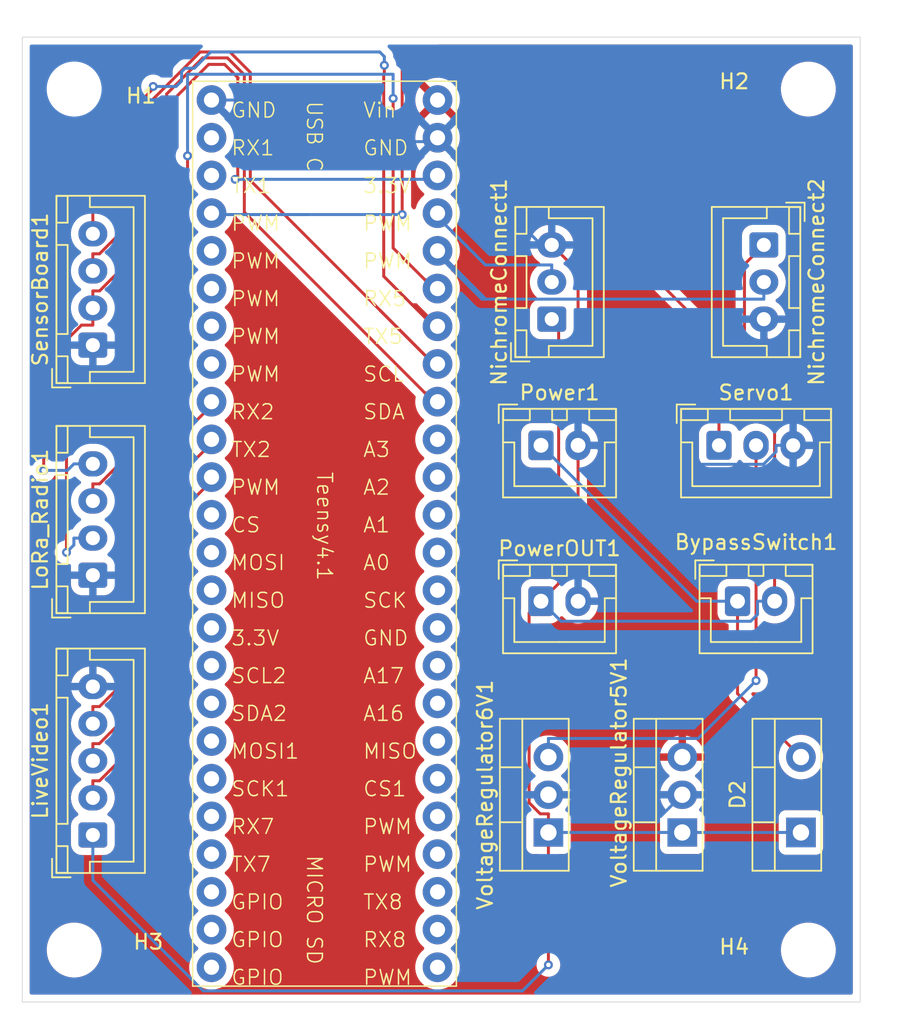
<source format=kicad_pcb>
(kicad_pcb (version 20241229) (generator "pcbnew") (generator_version "9.0")
  (layers (0 "F.Cu" signal) (2 "B.Cu" signal) (13 "F.Paste" user) (15 "B.Paste" user) (5 "F.SilkS" user "F.Silkscreen") (7 "B.SilkS" user "B.Silkscreen") (1 "F.Mask" user) (3 "B.Mask" user) (25 "Edge.Cuts" user))
  (net 0 "")
  (net 1 "VIN")
  (net 2 "Net-(BypassSwitch1-Pin_1)")
  (net 3 "TX_VIDEO")
  (net 4 "GND")
  (net 5 "PWM_VIDEO")
  (net 6 "RX_VIDEO")
  (net 7 "RX_LORA")
  (net 8 "TX_LORA")
  (net 9 "+3.3V")
  (net 10 "PWM_NICHROME1")
  (net 11 "PWM_NICHROME2")
  (net 12 "SDA")
  (net 13 "SCL")
  (net 14 "+6V")
  (net 15 "PWM_SERVO1")
  (net 19 "TX_SERIAL_COMM")
  (net 21 "RX_SERIAL_COMM")
  (net 46 "+5V")
  (footprint "Connector_JST:JST_XH_B2B-XH-A_1x02_P2.50mm_Vertical" (layer "F.Cu") (at 169.225 116.5)
    (property "Reference" "BypassSwitch1" (at 1.25 -3.975 0) (layer "F.SilkS"))
    (property "Value" "Conn_01x02_Socket")
    (pad "1" thru_hole roundrect (at 0 0) (size 1.7 2) (drill 1) (layers "*.Cu" "*.Mask") (roundrect_rratio 0.147059) (net 2 "Net-(BypassSwitch1-Pin_1)"))
    (pad "2" thru_hole oval (at 2.5 0) (size 1.7 2) (drill 1) (layers "*.Cu" "*.Mask") (net 1 "VIN"))
  )
  (footprint "Package_TO_SOT_THT:TO-220-2_Vertical" (layer "F.Cu") (at 173.5 132.08 90)
    (property "Reference" "D2" (at 2.54 -4.27 90) (layer "F.SilkS"))
    (property "Value" "D")
    (pad "1" thru_hole rect (at 0 0 90) (size 2 2) (drill 1.1) (layers "*.Cu" "*.Mask") (net 1 "VIN"))
    (pad "2" thru_hole circle (at 5.08 0 90) (size 2 2) (drill 1.1) (layers "*.Cu" "*.Mask") (net 2 "Net-(BypassSwitch1-Pin_1)"))
  )
  (footprint "Connector_JST:JST_XH_B3B-XH-A_1x03_P2.50mm_Vertical" (layer "F.Cu") (at 171 92.5 -90)
    (property "Reference" "NichromeConnect2" (at 2.5 -3.55 90) (layer "F.SilkS"))
    (property "Value" "Conn_01x03_Socket")
    (pad "1" thru_hole roundrect (at 0 0 270) (size 1.7 1.95) (drill 0.95) (layers "*.Cu" "*.Mask") (roundrect_rratio 0.147059) (net 1 "VIN"))
    (pad "2" thru_hole oval (at 2.5 0 270) (size 1.7 1.95) (drill 0.95) (layers "*.Cu" "*.Mask") (net 11 "PWM_NICHROME2"))
    (pad "3" thru_hole oval (at 5 0 270) (size 1.7 1.95) (drill 0.95) (layers "*.Cu" "*.Mask") (net 4 "GND"))
  )
  (footprint "MountingHole:MountingHole_3.2mm_M3" (layer "F.Cu") (at 174 140)
    (property "Reference" "H4" (at -5 -0.211848 0) (layer "F.SilkS"))
    (property "Value" "MountingHole")
    (pad "" np_thru_hole circle (at 0 0) (size 3.2 3.2) (drill 3.2) (layers "*.Cu" "*.Mask"))
  )
  (footprint "MountingHole:MountingHole_3.2mm_M3" (layer "F.Cu") (at 174 82)
    (property "Reference" "H2" (at -5 -0.513475 0) (layer "F.SilkS"))
    (property "Value" "MountingHole")
    (pad "" np_thru_hole circle (at 0 0) (size 3.2 3.2) (drill 3.2) (layers "*.Cu" "*.Mask"))
  )
  (footprint "Connector_JST:JST_XH_B4B-XH-A_1x04_P2.50mm_Vertical" (layer "F.Cu") (at 125.76 99.25 90)
    (property "Reference" "SensorBoard1" (at 3.75 -3.55 90) (layer "F.SilkS"))
    (property "Value" "Conn_01x04_Socket")
    (pad "1" thru_hole roundrect (at 0 0 90) (size 1.7 1.95) (drill 0.95) (layers "*.Cu" "*.Mask") (roundrect_rratio 0.147059) (net 4 "GND"))
    (pad "2" thru_hole oval (at 2.5 0 90) (size 1.7 1.95) (drill 0.95) (layers "*.Cu" "*.Mask") (net 9 "+3.3V"))
    (pad "3" thru_hole oval (at 5 0 90) (size 1.7 1.95) (drill 0.95) (layers "*.Cu" "*.Mask") (net 12 "SDA"))
    (pad "4" thru_hole oval (at 7.5 0 90) (size 1.7 1.95) (drill 0.95) (layers "*.Cu" "*.Mask") (net 13 "SCL"))
  )
  (footprint "Connector_JST:JST_XH_B3B-XH-A_1x03_P2.50mm_Vertical" (layer "F.Cu") (at 167.975 106)
    (property "Reference" "Servo1" (at 2.5 -3.55 0) (layer "F.SilkS"))
    (property "Value" "Conn_01x03_Socket")
    (pad "1" thru_hole roundrect (at 0 0) (size 1.7 1.95) (drill 0.95) (layers "*.Cu" "*.Mask") (roundrect_rratio 0.147059) (net 15 "PWM_SERVO1"))
    (pad "2" thru_hole oval (at 2.5 0) (size 1.7 1.95) (drill 0.95) (layers "*.Cu" "*.Mask") (net 14 "+6V"))
    (pad "3" thru_hole oval (at 5 0) (size 1.7 1.95) (drill 0.95) (layers "*.Cu" "*.Mask") (net 4 "GND"))
  )
  (footprint "Connector_JST:JST_XH_B5B-XH-A_1x05_P2.50mm_Vertical" (layer "F.Cu") (at 125.76 132.25 90)
    (property "Reference" "LiveVideo1" (at 5 -3.55 90) (layer "F.SilkS"))
    (property "Value" "Conn_01x05_Socket")
    (pad "1" thru_hole roundrect (at 0 0 90) (size 1.7 1.95) (drill 0.95) (layers "*.Cu" "*.Mask") (roundrect_rratio 0.147059) (net 1 "VIN"))
    (pad "2" thru_hole oval (at 2.5 0 90) (size 1.7 1.95) (drill 0.95) (layers "*.Cu" "*.Mask") (net 5 "PWM_VIDEO"))
    (pad "3" thru_hole oval (at 5 0 90) (size 1.7 1.95) (drill 0.95) (layers "*.Cu" "*.Mask") (net 3 "TX_VIDEO"))
    (pad "4" thru_hole oval (at 7.5 0 90) (size 1.7 1.95) (drill 0.95) (layers "*.Cu" "*.Mask") (net 6 "RX_VIDEO"))
    (pad "5" thru_hole oval (at 10 0 90) (size 1.7 1.95) (drill 0.95) (layers "*.Cu" "*.Mask") (net 4 "GND"))
  )
  (footprint "Breakout Boards:Teensy_4.1" (layer "F.Cu") (at 141.38 111.95)
    (property "Reference" "Teensy4.1" (at 0 -0.5 270) (layer "F.SilkS") (effects (font (thickness 0.1))))
    (property "Value" "~")
    (fp_text user "CS" (at -6.35 0 0) (layer "F.SilkS") (effects (font (thickness 0.1)) (justify left bottom)))
    (fp_text user "CS1" (at 2.54 17.78 0) (layer "F.SilkS") (effects (font (thickness 0.1)) (justify left bottom)))
    (fp_text user "SCK" (at 2.54 5.08 0) (layer "F.SilkS") (effects (font (thickness 0.1)) (justify left bottom)))
    (fp_text user "TX5" (at 2.54 -12.7 0) (layer "F.SilkS") (effects (font (thickness 0.1)) (justify left bottom)))
    (fp_text user "RX8" (at 2.54 27.94 0) (layer "F.SilkS") (effects (font (thickness 0.1)) (justify left bottom)))
    (fp_text user "GND" (at -6.35 -27.94 0) (layer "F.SilkS") (effects (font (thickness 0.1)) (justify left bottom)))
    (fp_text user "PWM" (at -6.35 -12.7 0) (layer "F.SilkS") (effects (font (thickness 0.1)) (justify left bottom)))
    (fp_text user "SDA2" (at -6.35 12.7 0) (layer "F.SilkS") (effects (font (thickness 0.1)) (justify left bottom)))
    (fp_text user "PWM" (at -6.35 -20.32 0) (layer "F.SilkS") (effects (font (thickness 0.1)) (justify left bottom)))
    (fp_text user "PWM" (at -6.35 -2.54 0) (layer "F.SilkS") (effects (font (thickness 0.1)) (justify left bottom)))
    (fp_text user "GND" (at 2.54 -25.4 0) (layer "F.SilkS") (effects (font (thickness 0.1)) (justify left bottom)))
    (fp_text user "MOSI1" (at -6.35 15.24 0) (layer "F.SilkS") (effects (font (thickness 0.1)) (justify left bottom)))
    (fp_text user "RX7" (at -6.35 20.32 0) (layer "F.SilkS") (effects (font (thickness 0.1)) (justify left bottom)))
    (fp_text user "PWM" (at -6.35 -10.16 0) (layer "F.SilkS") (effects (font (thickness 0.1)) (justify left bottom)))
    (fp_text user "A0" (at 2.54 2.54 0) (layer "F.SilkS") (effects (font (thickness 0.1)) (justify left bottom)))
    (fp_text user "GND" (at 2.54 7.62 0) (layer "F.SilkS") (effects (font (thickness 0.1)) (justify left bottom)))
    (fp_text user "PWM" (at -6.35 -15.24 0) (layer "F.SilkS") (effects (font (thickness 0.1)) (justify left bottom)))
    (fp_text user "RX1" (at -6.35 -25.4 0) (layer "F.SilkS") (effects (font (thickness 0.1)) (justify left bottom)))
    (fp_text user "TX7" (at -6.35 22.86 0) (layer "F.SilkS") (effects (font (thickness 0.1)) (justify left bottom)))
    (fp_text user "A16" (at 2.54 12.7 0) (layer "F.SilkS") (effects (font (thickness 0.1)) (justify left bottom)))
    (fp_text user "PWM" (at -6.35 -17.78 0) (layer "F.SilkS") (effects (font (thickness 0.1)) (justify left bottom)))
    (fp_text user "GPIO" (at -6.35 25.4 0) (layer "F.SilkS") (effects (font (thickness 0.1)) (justify left bottom)))
    (fp_text user "MICRO SD" (at -1.27 21.59 270) (layer "F.SilkS") (effects (font (thickness 0.1)) (justify left bottom)))
    (fp_text user "PWM" (at 2.54 -17.78 0) (layer "F.SilkS") (effects (font (thickness 0.1)) (justify left bottom)))
    (fp_text user "RX5" (at 2.54 -15.24 0) (layer "F.SilkS") (effects (font (thickness 0.1)) (justify left bottom)))
    (fp_text user "Vin" (at 2.54 -27.94 0) (layer "F.SilkS") (effects (font (thickness 0.1)) (justify left bottom)))
    (fp_text user "SDA" (at 2.54 -7.62 0) (layer "F.SilkS") (effects (font (thickness 0.1)) (justify left bottom)))
    (fp_text user "MISO" (at -6.35 5.08 0) (layer "F.SilkS") (effects (font (thickness 0.1)) (justify left bottom)))
    (fp_text user "A1" (at 2.54 0 0) (layer "F.SilkS") (effects (font (thickness 0.1)) (justify left bottom)))
    (fp_text user "PWM" (at 2.54 30.48 0) (layer "F.SilkS") (effects (font (thickness 0.1)) (justify left bottom)))
    (fp_text user "SCK1" (at -6.35 17.78 0) (layer "F.SilkS") (effects (font (thickness 0.1)) (justify left bottom)))
    (fp_text user "A2" (at 2.54 -2.54 0) (layer "F.SilkS") (effects (font (thickness 0.1)) (justify left bottom)))
    (fp_text user "MISO" (at 2.54 15.24 0) (layer "F.SilkS") (effects (font (thickness 0.1)) (justify left bottom)))
    (fp_text user "3.3V" (at -6.35 7.62 0) (layer "F.SilkS") (effects (font (thickness 0.1)) (justify left bottom)))
    (fp_text user "SCL" (at 2.54 -10.16 0) (layer "F.SilkS") (effects (font (thickness 0.1)) (justify left bottom)))
    (fp_text user "A3" (at 2.54 -5.08 0) (layer "F.SilkS") (effects (font (thickness 0.1)) (justify left bottom)))
    (fp_text user "PWM" (at 2.54 20.32 0) (layer "F.SilkS") (effects (font (thickness 0.1)) (justify left bottom)))
    (fp_text user "TX8" (at 2.54 25.4 0) (layer "F.SilkS") (effects (font (thickness 0.1)) (justify left bottom)))
    (fp_text user "TX1" (at -6.35 -22.86 0) (layer "F.SilkS") (effects (font (thickness 0.1)) (justify left bottom)))
    (fp_text user "SCL2" (at -6.35 10.16 0) (layer "F.SilkS") (effects (font (thickness 0.1)) (justify left bottom)))
    (fp_text user "RX2" (at -6.35 -7.62 0) (layer "F.SilkS") (effects (font (thickness 0.1)) (justify left bottom)))
    (fp_text user "A17" (at 2.54 10.16 0) (layer "F.SilkS") (effects (font (thickness 0.1)) (justify left bottom)))
    (fp_text user "PWM" (at 2.54 22.86 0) (layer "F.SilkS") (effects (font (thickness 0.1)) (justify left bottom)))
    (fp_text user "MOSI" (at -6.35 2.54 0) (layer "F.SilkS") (effects (font (thickness 0.1)) (justify left bottom)))
    (fp_text user "GPIO" (at -6.35 27.94 0) (layer "F.SilkS") (effects (font (thickness 0.1)) (justify left bottom)))
    (fp_text user "3.3V" (at 2.54 -22.86 0) (layer "F.SilkS") (effects (font (thickness 0.1)) (justify left bottom)))
    (fp_text user "PWM" (at 2.54 -20.32 0) (layer "F.SilkS") (effects (font (thickness 0.1)) (justify left bottom)))
    (fp_text user "TX2" (at -6.35 -5.08 0) (layer "F.SilkS") (effects (font (thickness 0.1)) (justify left bottom)))
    (fp_text user "GPIO" (at -6.35 30.48 0) (layer "F.SilkS") (effects (font (thickness 0.1)) (justify left bottom)))
    (fp_text user "USB C" (at -1.27 -29.21 270) (layer "F.SilkS") (effects (font (thickness 0.1)) (justify left bottom)))
    (pad "0" thru_hole circle (at -7.62 -29.21) (size 2 2) (drill 1.02) (layers "*.Cu" "*.Mask") (net 4 "GND"))
    (pad "1" thru_hole circle (at -7.62 -26.67) (size 2 2) (drill 1.02) (layers "*.Cu" "*.Mask"))
    (pad "2" thru_hole circle (at -7.62 -24.13) (size 2 2) (drill 1.02) (layers "*.Cu" "*.Mask"))
    (pad "3" thru_hole circle (at -7.62 -21.59) (size 2 2) (drill 1.02) (layers "*.Cu" "*.Mask") (net 15 "PWM_SERVO1"))
    (pad "4" thru_hole circle (at -7.62 -19.05) (size 2 2) (drill 1.02) (layers "*.Cu" "*.Mask"))
    (pad "5" thru_hole circle (at -7.62 -16.51) (size 2 2) (drill 1.02) (layers "*.Cu" "*.Mask"))
    (pad "6" thru_hole circle (at -7.62 -13.97) (size 2 2) (drill 1.02) (layers "*.Cu" "*.Mask"))
    (pad "7" thru_hole circle (at -7.62 -11.43) (size 2 2) (drill 1.02) (layers "*.Cu" "*.Mask"))
    (pad "8" thru_hole circle (at -7.62 -8.89) (size 2 2) (drill 1.02) (layers "*.Cu" "*.Mask") (net 6 "RX_VIDEO"))
    (pad "9" thru_hole circle (at -7.62 -6.35) (size 2 2) (drill 1.02) (layers "*.Cu" "*.Mask") (net 3 "TX_VIDEO"))
    (pad "10" thru_hole circle (at -7.62 -3.81) (size 2 2) (drill 1.02) (layers "*.Cu" "*.Mask") (net 5 "PWM_VIDEO"))
    (pad "11" thru_hole circle (at -7.62 -1.27) (size 2 2) (drill 1.02) (layers "*.Cu" "*.Mask"))
    (pad "12" thru_hole circle (at -7.62 1.27) (size 2 2) (drill 1.02) (layers "*.Cu" "*.Mask"))
    (pad "13" thru_hole circle (at -7.62 3.81) (size 2 2) (drill 1.02) (layers "*.Cu" "*.Mask"))
    (pad "14" thru_hole circle (at -7.62 6.35) (size 2 2) (drill 1.02) (layers "*.Cu" "*.Mask"))
    (pad "15" thru_hole circle (at -7.62 8.89) (size 2 2) (drill 1.02) (layers "*.Cu" "*.Mask"))
    (pad "16" thru_hole circle (at -7.62 11.43) (size 2 2) (drill 1.02) (layers "*.Cu" "*.Mask"))
    (pad "17" thru_hole circle (at -7.62 13.97) (size 2 2) (drill 1.02) (layers "*.Cu" "*.Mask"))
    (pad "18" thru_hole circle (at -7.62 16.51) (size 2 2) (drill 1.02) (layers "*.Cu" "*.Mask"))
    (pad "19" thru_hole circle (at -7.62 19.05) (size 2 2) (drill 1.02) (layers "*.Cu" "*.Mask") (net 21 "RX_SERIAL_COMM"))
    (pad "20" thru_hole circle (at -7.62 21.59) (size 2 2) (drill 1.02) (layers "*.Cu" "*.Mask") (net 19 "TX_SERIAL_COMM"))
    (pad "21" thru_hole circle (at -7.62 24.13) (size 2 2) (drill 1.02) (layers "*.Cu" "*.Mask"))
    (pad "22" thru_hole circle (at -7.62 26.67) (size 2 2) (drill 1.02) (layers "*.Cu" "*.Mask"))
    (pad "23" thru_hole circle (at -7.62 29.21) (size 2 2) (drill 1.02) (layers "*.Cu" "*.Mask"))
    (pad "24" thru_hole circle (at 7.62 29.21) (size 2 2) (drill 1.02) (layers "*.Cu" "*.Mask"))
    (pad "25" thru_hole circle (at 7.62 26.67) (size 2 2) (drill 1.02) (layers "*.Cu" "*.Mask"))
    (pad "26" thru_hole circle (at 7.62 24.13) (size 2 2) (drill 1.02) (layers "*.Cu" "*.Mask"))
    (pad "27" thru_hole circle (at 7.62 21.59) (size 2 2) (drill 1.02) (layers "*.Cu" "*.Mask"))
    (pad "28" thru_hole circle (at 7.62 19.05) (size 2 2) (drill 1.02) (layers "*.Cu" "*.Mask"))
    (pad "29" thru_hole circle (at 7.62 16.51) (size 2 2) (drill 1.02) (layers "*.Cu" "*.Mask"))
    (pad "30" thru_hole circle (at 7.62 13.97) (size 2 2) (drill 1.02) (layers "*.Cu" "*.Mask"))
    (pad "31" thru_hole circle (at 7.62 11.43) (size 2 2) (drill 1.02) (layers "*.Cu" "*.Mask"))
    (pad "32" thru_hole circle (at 7.62 8.89) (size 2 2) (drill 1.02) (layers "*.Cu" "*.Mask"))
    (pad "33" thru_hole circle (at 7.62 6.35) (size 2 2) (drill 1.02) (layers "*.Cu" "*.Mask"))
    (pad "34" thru_hole circle (at 7.62 3.81) (size 2 2) (drill 1.02) (layers "*.Cu" "*.Mask"))
    (pad "35" thru_hole circle (at 7.62 1.27) (size 2 2) (drill 1.02) (layers "*.Cu" "*.Mask"))
    (pad "36" thru_hole circle (at 7.62 -1.27) (size 2 2) (drill 1.02) (layers "*.Cu" "*.Mask"))
    (pad "37" thru_hole circle (at 7.62 -3.81) (size 2 2) (drill 1.02) (layers "*.Cu" "*.Mask"))
    (pad "38" thru_hole circle (at 7.62 -6.35) (size 2 2) (drill 1.02) (layers "*.Cu" "*.Mask"))
    (pad "39" thru_hole circle (at 7.62 -8.89) (size 2 2) (drill 1.02) (layers "*.Cu" "*.Mask") (net 12 "SDA"))
    (pad "40" thru_hole circle (at 7.62 -11.43) (size 2 2) (drill 1.02) (layers "*.Cu" "*.Mask") (net 13 "SCL"))
    (pad "41" thru_hole circle (at 7.62 -13.97) (size 2 2) (drill 1.02) (layers "*.Cu" "*.Mask") (net 8 "TX_LORA"))
    (pad "42" thru_hole circle (at 7.62 -16.51) (size 2 2) (drill 1.02) (layers "*.Cu" "*.Mask") (net 7 "RX_LORA"))
    (pad "43" thru_hole circle (at 7.62 -19.05) (size 2 2) (drill 1.02) (layers "*.Cu" "*.Mask") (net 11 "PWM_NICHROME2"))
    (pad "44" thru_hole circle (at 7.62 -21.59) (size 2 2) (drill 1.02) (layers "*.Cu" "*.Mask") (net 10 "PWM_NICHROME1"))
    (pad "45" thru_hole circle (at 7.62 -24.13) (size 2 2) (drill 1.02) (layers "*.Cu" "*.Mask") (net 9 "+3.3V"))
    (pad "46" thru_hole circle (at 7.62 -26.67) (size 2 2) (drill 1.02) (layers "*.Cu" "*.Mask") (net 4 "GND"))
    (pad "47" thru_hole circle (at 7.62 -29.21) (size 2 2) (drill 1.02) (layers "*.Cu" "*.Mask") (net 46 "+5V"))
  )
  (footprint "Connector_JST:JST_XH_B2B-XH-A_1x02_P2.50mm_Vertical" (layer "F.Cu") (at 155.975 106)
    (property "Reference" "Power1" (at 1.25 -3.55 0) (layer "F.SilkS"))
    (property "Value" "Conn_01x02_Socket")
    (pad "1" thru_hole roundrect (at 0 0) (size 1.7 2) (drill 1) (layers "*.Cu" "*.Mask") (roundrect_rratio 0.147059) (net 2 "Net-(BypassSwitch1-Pin_1)"))
    (pad "2" thru_hole oval (at 2.5 0) (size 1.7 2) (drill 1) (layers "*.Cu" "*.Mask") (net 4 "GND"))
  )
  (footprint "Package_TO_SOT_THT:TO-220-3_Vertical" (layer "F.Cu") (at 156.475 132.08 90)
    (property "Reference" "VoltageRegulator6V1" (at 2.54 -4.27 90) (layer "F.SilkS"))
    (property "Value" "L7806")
    (pad "1" thru_hole rect (at 0 0 90) (size 1.905 2) (drill 1.1) (layers "*.Cu" "*.Mask") (net 1 "VIN"))
    (pad "2" thru_hole oval (at 2.54 0 90) (size 1.905 2) (drill 1.1) (layers "*.Cu" "*.Mask") (net 4 "GND"))
    (pad "3" thru_hole oval (at 5.08 0 90) (size 1.905 2) (drill 1.1) (layers "*.Cu" "*.Mask") (net 14 "+6V"))
  )
  (footprint "MountingHole:MountingHole_3.2mm_M3" (layer "F.Cu") (at 124.5 140)
    (property "Reference" "H3" (at 5 -0.545181 0) (layer "F.SilkS"))
    (property "Value" "MountingHole")
    (pad "" np_thru_hole circle (at 0 0) (size 3.2 3.2) (drill 3.2) (layers "*.Cu" "*.Mask"))
  )
  (footprint "Connector_JST:JST_XH_B3B-XH-A_1x03_P2.50mm_Vertical" (layer "F.Cu") (at 156.7 97.5 90)
    (property "Reference" "NichromeConnect1" (at 2.5 -3.55 90) (layer "F.SilkS"))
    (property "Value" "Conn_01x03_Socket")
    (pad "1" thru_hole roundrect (at 0 0 90) (size 1.7 1.95) (drill 0.95) (layers "*.Cu" "*.Mask") (roundrect_rratio 0.147059) (net 1 "VIN"))
    (pad "2" thru_hole oval (at 2.5 0 90) (size 1.7 1.95) (drill 0.95) (layers "*.Cu" "*.Mask") (net 10 "PWM_NICHROME1"))
    (pad "3" thru_hole oval (at 5 0 90) (size 1.7 1.95) (drill 0.95) (layers "*.Cu" "*.Mask") (net 4 "GND"))
  )
  (footprint "Package_TO_SOT_THT:TO-220-3_Vertical" (layer "F.Cu") (at 165.5 132.08 90)
    (property "Reference" "VoltageRegulator5V1" (at 4.04 -4.27 90) (layer "F.SilkS"))
    (property "Value" "L7805")
    (pad "1" thru_hole rect (at 0 0 90) (size 1.905 2) (drill 1.1) (layers "*.Cu" "*.Mask") (net 1 "VIN"))
    (pad "2" thru_hole oval (at 2.54 0 90) (size 1.905 2) (drill 1.1) (layers "*.Cu" "*.Mask") (net 4 "GND"))
    (pad "3" thru_hole oval (at 5.08 0 90) (size 1.905 2) (drill 1.1) (layers "*.Cu" "*.Mask") (net 46 "+5V"))
  )
  (footprint "Connector_JST:JST_XH_B2B-XH-A_1x02_P2.50mm_Vertical" (layer "F.Cu") (at 155.975 116.5)
    (property "Reference" "PowerOUT1" (at 1.25 -3.55 0) (layer "F.SilkS"))
    (property "Value" "Conn_01x02_Socket")
    (pad "1" thru_hole roundrect (at 0 0) (size 1.7 2) (drill 1) (layers "*.Cu" "*.Mask") (roundrect_rratio 0.147059) (net 1 "VIN"))
    (pad "2" thru_hole oval (at 2.5 0) (size 1.7 2) (drill 1) (layers "*.Cu" "*.Mask") (net 4 "GND"))
  )
  (footprint "MountingHole:MountingHole_3.2mm_M3" (layer "F.Cu") (at 124.5 82)
    (property "Reference" "H1" (at 4.5 0.454819 0) (layer "F.SilkS"))
    (property "Value" "MountingHole")
    (pad "" np_thru_hole circle (at 0 0) (size 3.2 3.2) (drill 3.2) (layers "*.Cu" "*.Mask"))
  )
  (footprint "Connector_JST:JST_XH_B4B-XH-A_1x04_P2.50mm_Vertical" (layer "F.Cu") (at 125.76 114.75 90)
    (property "Reference" "LoRa_Radio1" (at 3.75 -3.55 90) (layer "F.SilkS"))
    (property "Value" "Conn_01x04_Socket")
    (pad "1" thru_hole roundrect (at 0 0 90) (size 1.7 1.95) (drill 0.95) (layers "*.Cu" "*.Mask") (roundrect_rratio 0.147059) (net 4 "GND"))
    (pad "2" thru_hole oval (at 2.5 0 90) (size 1.7 1.95) (drill 0.95) (layers "*.Cu" "*.Mask") (net 9 "+3.3V"))
    (pad "3" thru_hole oval (at 5 0 90) (size 1.7 1.95) (drill 0.95) (layers "*.Cu" "*.Mask") (net 7 "RX_LORA"))
    (pad "4" thru_hole oval (at 7.5 0 90) (size 1.7 1.95) (drill 0.95) (layers "*.Cu" "*.Mask") (net 8 "TX_LORA"))
  )
  (gr_rect (start 121 78.5) (end 177.5 143.5) (stroke (width 0.05)) (fill no) (layer "Edge.Cuts"))
  (segment (start 157.166 97.9655) (end 157.166 115.31) (width 0.2) (layer "F.Cu") (net 1))
  (segment (start 155.173 117.302) (end 155.975 116.5) (width 0.2) (layer "F.Cu") (net 1))
  (segment (start 156.7 97.5) (end 157.166 97.9655) (width 0.2) (layer "F.Cu") (net 1))
  (segment (start 171.725 103.951) (end 171.725 116.5) (width 0.2) (layer "F.Cu") (net 1))
  (segment (start 171 92.5) (end 169.694 93.806) (width 0.2) (layer "F.Cu") (net 1))
  (segment (start 169.694 101.92) (end 171.725 103.951) (width 0.2) (layer "F.Cu") (net 1))
  (segment (start 169.694 93.806) (end 169.694 101.92) (width 0.2) (layer "F.Cu") (net 1))
  (segment (start 157.166 115.31) (end 155.975 116.5) (width 0.2) (layer "F.Cu") (net 1))
  (segment (start 155.173 130.073) (end 155.173 117.302) (width 0.2) (layer "F.Cu") (net 1))
  (segment (start 156.475 132.08) (end 156.475 130.826) (width 0.2) (layer "F.Cu") (net 1))
  (segment (start 156.475 132.08) (end 156.475 141) (width 0.2) (layer "F.Cu") (net 1))
  (segment (start 155.926 130.826) (end 155.173 130.073) (width 0.2) (layer "F.Cu") (net 1))
  (segment (start 156.475 130.826) (end 155.926 130.826) (width 0.2) (layer "F.Cu") (net 1))
  (via (at 156.475 141) (size 0.6) (drill 0.3) (layers "F.Cu" "B.Cu") (net 1))
  (segment (start 170.573 116.5) (end 170.573 117.39) (width 0.2) (layer "B.Cu") (net 1))
  (segment (start 156.475 132.08) (end 165.5 132.08) (width 0.2) (layer "B.Cu") (net 1))
  (segment (start 165.5 132.08) (end 173.5 132.08) (width 0.2) (layer "B.Cu") (net 1))
  (segment (start 125.76 135.304) (end 125.76 132.25) (width 0.2) (layer "B.Cu") (net 1))
  (segment (start 133.208 142.753) (end 125.76 135.304) (width 0.2) (layer "B.Cu") (net 1))
  (segment (start 154.722 142.753) (end 133.208 142.753) (width 0.2) (layer "B.Cu") (net 1))
  (segment (start 170.11 117.852) (end 157.327 117.852) (width 0.2) (layer "B.Cu") (net 1))
  (segment (start 171.725 116.5) (end 170.573 116.5) (width 0.2) (layer "B.Cu") (net 1))
  (segment (start 157.327 117.852) (end 155.975 116.5) (width 0.2) (layer "B.Cu") (net 1))
  (segment (start 170.573 117.39) (end 170.11 117.852) (width 0.2) (layer "B.Cu") (net 1))
  (segment (start 156.475 141) (end 154.722 142.753) (width 0.2) (layer "B.Cu") (net 1))
  (segment (start 169.225 122.725) (end 173.5 127) (width 0.2) (layer "F.Cu") (net 2))
  (segment (start 169.225 116.5) (end 169.225 122.725) (width 0.2) (layer "F.Cu") (net 2))
  (segment (start 155.975 106) (end 166.475 116.5) (width 0.2) (layer "B.Cu") (net 2))
  (segment (start 166.475 116.5) (end 169.225 116.5) (width 0.2) (layer "B.Cu") (net 2))
  (segment (start 128.683 110.937) (end 133.76 105.86) (width 0.2) (layer "F.Cu") (net 3))
  (segment (start 126.196 126.098) (end 128.683 123.611) (width 0.2) (layer "F.Cu") (net 3))
  (segment (start 125.76 126.098) (end 126.196 126.098) (width 0.2) (layer "F.Cu") (net 3))
  (segment (start 125.76 127.25) (end 125.76 126.098) (width 0.2) (layer "F.Cu") (net 3))
  (segment (start 133.76 105.86) (end 133.76 105.6) (width 0.2) (layer "F.Cu") (net 3))
  (segment (start 128.683 123.611) (end 128.683 110.937) (width 0.2) (layer "F.Cu") (net 3))
  (segment (start 133.76 83) (end 133.6 83) (width 0.2) (layer "F.Cu") (net 4))
  (segment (start 133.76 82.8395) (end 133.76 82.74) (width 0.2) (layer "F.Cu") (net 4))
  (segment (start 158.5 94.9698) (end 158.475 94.9948) (width 0.2) (layer "F.Cu") (net 4))
  (segment (start 172.975 100.627) (end 172.975 106) (width 0.2) (layer "F.Cu") (net 4))
  (segment (start 158.5 94.3) (end 158.5 94.9698) (width 0.2) (layer "F.Cu") (net 4))
  (segment (start 158.475 94.9948) (end 158.475 106) (width 0.2) (layer "F.Cu") (net 4))
  (segment (start 171 98.6517) (end 172.975 100.627) (width 0.2) (layer "F.Cu") (net 4))
  (segment (start 171 97.5) (end 171 98.6517) (width 0.2) (layer "F.Cu") (net 4))
  (segment (start 133.6 83) (end 133.76 82.8395) (width 0.2) (layer "F.Cu") (net 4))
  (segment (start 156.7 92.5) (end 158.5 94.3) (width 0.2) (layer "F.Cu") (net 4))
  (segment (start 125.76 114.75) (end 125.76 114.135) (width 0.2) (layer "F.Cu") (net 4))
  (segment (start 158.475 116.5) (end 158.475 106) (width 0.2) (layer "F.Cu") (net 4))
  (segment (start 171.823 106.432) (end 171.823 106) (width 0.2) (layer "B.Cu") (net 4))
  (segment (start 149 85.54) (end 149 85.28) (width 0.2) (layer "B.Cu") (net 4))
  (segment (start 160.904 107.278) (end 170.978 107.278) (width 0.2) (layer "B.Cu") (net 4))
  (segment (start 157.79 129.54) (end 156.475 129.54) (width 0.2) (layer "B.Cu") (net 4))
  (segment (start 149.02 85.52) (end 149 85.54) (width 0.2) (layer "B.Cu") (net 4))
  (segment (start 159.25 131) (end 157.79 129.54) (width 0.2) (layer "B.Cu") (net 4))
  (segment (start 139.24 82.74) (end 142.04 85.54) (width 0.2) (layer "B.Cu") (net 4))
  (segment (start 142.04 85.54) (end 149 85.54) (width 0.2) (layer "B.Cu") (net 4))
  (segment (start 156 92.5) (end 149.02 85.52) (width 0.2) (layer "B.Cu") (net 4))
  (segment (start 159.627 106) (end 160.904 107.278) (width 0.2) (layer "B.Cu") (net 4))
  (segment (start 171.823 106) (end 172.975 106) (width 0.2) (layer "B.Cu") (net 4))
  (segment (start 156.7 92.5) (end 156 92.5) (width 0.2) (layer "B.Cu") (net 4))
  (segment (start 133.76 82.74) (end 139.24 82.74) (width 0.2) (layer "B.Cu") (net 4))
  (segment (start 170.978 107.278) (end 171.823 106.432) (width 0.2) (layer "B.Cu") (net 4))
  (segment (start 164.04 131) (end 159.25 131) (width 0.2) (layer "B.Cu") (net 4))
  (segment (start 165.5 129.54) (end 164.04 131) (width 0.2) (layer "B.Cu") (net 4))
  (segment (start 158.475 106) (end 159.627 106) (width 0.2) (layer "B.Cu") (net 4))
  (segment (start 126.212 128.598) (end 129.084 125.726) (width 0.2) (layer "F.Cu") (net 5))
  (segment (start 129.084 125.726) (end 129.084 113.076) (width 0.2) (layer "F.Cu") (net 5))
  (segment (start 129.084 113.076) (end 133.76 108.4) (width 0.2) (layer "F.Cu") (net 5))
  (segment (start 133.76 108.4) (end 133.76 108.14) (width 0.2) (layer "F.Cu") (net 5))
  (segment (start 125.76 129.75) (end 125.76 128.598) (width 0.2) (layer "F.Cu") (net 5))
  (segment (start 125.76 128.598) (end 126.212 128.598) (width 0.2) (layer "F.Cu") (net 5))
  (segment (start 126.212 123.598) (end 127.913 121.897) (width 0.2) (layer "F.Cu") (net 6))
  (segment (start 133.76 103.32) (end 133.76 103.06) (width 0.2) (layer "F.Cu") (net 6))
  (segment (start 127.913 109.167) (end 133.76 103.32) (width 0.2) (layer "F.Cu") (net 6))
  (segment (start 125.76 123.598) (end 126.212 123.598) (width 0.2) (layer "F.Cu") (net 6))
  (segment (start 127.913 121.897) (end 127.913 109.167) (width 0.2) (layer "F.Cu") (net 6))
  (segment (start 125.76 124.75) (end 125.76 123.598) (width 0.2) (layer "F.Cu") (net 6))
  (segment (start 146.005 92.705) (end 146.005 82.6296) (width 0.2) (layer "F.Cu") (net 7))
  (segment (start 149 95.7) (end 148.15 94.85) (width 0.2) (layer "F.Cu") (net 7))
  (segment (start 132.145 86.5) (end 132.145 102.665) (width 0.2) (layer "F.Cu") (net 7))
  (segment (start 126.212 108.598) (end 125.76 108.598) (width 0.2) (layer "F.Cu") (net 7))
  (segment (start 125.76 108.598) (end 125.76 109.75) (width 0.2) (layer "F.Cu") (net 7))
  (segment (start 148.41 94.85) (end 149 95.44) (width 0.2) (layer "F.Cu") (net 7))
  (segment (start 148.15 94.85) (end 146.005 92.705) (width 0.2) (layer "F.Cu") (net 7))
  (segment (start 148.15 94.85) (end 148.41 94.85) (width 0.2) (layer "F.Cu") (net 7))
  (segment (start 132.145 102.665) (end 126.212 108.598) (width 0.2) (layer "F.Cu") (net 7))
  (via (at 146.005 82.6296) (size 0.6) (drill 0.3) (layers "F.Cu" "B.Cu") (net 7))
  (via (at 132.145 86.5) (size 0.6) (drill 0.3) (layers "F.Cu" "B.Cu") (net 7))
  (segment (start 132.145 81) (end 146 81) (width 0.2) (layer "B.Cu") (net 7))
  (segment (start 146.005 81.005) (end 146.005 82.6296) (width 0.2) (layer "B.Cu") (net 7))
  (segment (start 146 81) (end 146.005 81.005) (width 0.2) (layer "B.Cu") (net 7))
  (segment (start 132.145 86.5) (end 132.145 81) (width 0.2) (layer "B.Cu") (net 7))
  (segment (start 149 97.98) (end 147.551 96.5309) (width 0.2) (layer "F.Cu") (net 8))
  (segment (start 128.361 83.8965) (end 122.447 89.8101) (width 0.2) (layer "F.Cu") (net 8))
  (segment (start 147.291 96.5309) (end 149 98.24) (width 0.2) (layer "F.Cu") (net 8))
  (segment (start 145.411863 80.4) (end 145.411863 80.987189) (width 0.2) (layer "F.Cu") (net 8))
  (segment (start 128.361 83.4393) (end 128.361 83.8965) (width 0.2) (layer "F.Cu") (net 8))
  (segment (start 147.551 96.5309) (end 147.291 96.5309) (width 0.2) (layer "F.Cu") (net 8))
  (segment (start 122.447 89.8101) (end 122.447 107.69) (width 0.2) (layer "F.Cu") (net 8))
  (segment (start 129.825735 81.974565) (end 128.361 83.4393) (width 0.2) (layer "F.Cu") (net 8))
  (segment (start 145.411863 80.987189) (end 145.37 81.029052) (width 0.2) (layer "F.Cu") (net 8))
  (segment (start 129.825735 81.825735) (end 129.825735 81.974565) (width 0.2) (layer "F.Cu") (net 8))
  (segment (start 145.37 94.6105) (end 147.291 96.5309) (width 0.2) (layer "F.Cu") (net 8))
  (segment (start 145.37 81.029052) (end 145.37 94.6105) (width 0.2) (layer "F.Cu") (net 8))
  (via (at 122.447 107.69) (size 0.6) (drill 0.3) (layers "F.Cu" "B.Cu") (net 8))
  (via (at 145.411863 80.4) (size 0.6) (drill 0.3) (layers "F.Cu" "B.Cu") (net 8))
  (via (at 129.825735 81.825735) (size 0.6) (drill 0.3) (layers "F.Cu" "B.Cu") (net 8))
  (segment (start 129.825735 81.825735) (end 131.373965 81.825735) (width 0.2) (layer "B.Cu") (net 8))
  (segment (start 131.9789 80.599) (end 132.3111 80.599) (width 0.2) (layer "B.Cu") (net 8))
  (segment (start 125.76 107.25) (end 124.483 107.25) (width 0.2) (layer "B.Cu") (net 8))
  (segment (start 124.483 107.25) (end 124.043 107.69) (width 0.2) (layer "B.Cu") (net 8))
  (segment (start 131.744 81.4557) (end 131.744 81.1661) (width 0.2) (layer "B.Cu") (net 8))
  (segment (start 131.744 80.8339) (end 131.9789 80.599) (width 0.2) (layer "B.Cu") (net 8))
  (segment (start 145.099052 79.5) (end 145.411863 79.812811) (width 0.2) (layer "B.Cu") (net 8))
  (segment (start 145.411863 79.812811) (end 145.411863 80.4) (width 0.2) (layer "B.Cu") (net 8))
  (segment (start 131.373965 81.825735) (end 131.744 81.4557) (width 0.2) (layer "B.Cu") (net 8))
  (segment (start 132.6007 80.599) (end 133.6997 79.5) (width 0.2) (layer "B.Cu") (net 8))
  (segment (start 124.043 107.69) (end 122.447 107.69) (width 0.2) (layer "B.Cu") (net 8))
  (segment (start 133.6997 79.5) (end 145.099052 79.5) (width 0.2) (layer "B.Cu") (net 8))
  (segment (start 132.3111 80.599) (end 132.6007 80.599) (width 0.2) (layer "B.Cu") (net 8))
  (segment (start 131.744 81.1661) (end 131.744 80.8339) (width 0.2) (layer "B.Cu") (net 8))
  (segment (start 125.76 97.9017) (end 125.76 96.75) (width 0.2) (layer "F.Cu") (net 9))
  (segment (start 125.76 95.5983) (end 125.76 96.75) (width 0.2) (layer "F.Cu") (net 9))
  (segment (start 135.531 81.2755) (end 135.548 81.2581) (width 0.2) (layer "F.Cu") (net 9))
  (segment (start 135.355 88.08) (end 135.531 87.9041) (width 0.2) (layer "F.Cu") (net 9))
  (segment (start 126.212 95.5983) (end 125.76 95.5983) (width 0.2) (layer "F.Cu") (net 9))
  (segment (start 123.984 113.21) (end 123.984 98.9101) (width 0.2) (layer "F.Cu") (net 9))
  (segment (start 135.548 81.2419) (end 134.645 80.3387) (width 0.2) (layer "F.Cu") (net 9))
  (segment (start 131.137 90.6734) (end 126.212 95.5983) (width 0.2) (layer "F.Cu") (net 9))
  (segment (start 124.993 97.9017) (end 125.76 97.9017) (width 0.2) (layer "F.Cu") (net 9))
  (segment (start 135.531 87.9041) (end 135.531 81.2755) (width 0.2) (layer "F.Cu") (net 9))
  (segment (start 131.137 82.7687) (end 131.137 90.6734) (width 0.2) (layer "F.Cu") (net 9))
  (segment (start 134.645 80.3387) (end 133.567 80.3387) (width 0.2) (layer "F.Cu") (net 9))
  (segment (start 135.548 81.2581) (end 135.548 81.2419) (width 0.2) (layer "F.Cu") (net 9))
  (segment (start 123.984 98.9101) (end 124.993 97.9017) (width 0.2) (layer "F.Cu") (net 9))
  (segment (start 133.567 80.3387) (end 131.137 82.7687) (width 0.2) (layer "F.Cu") (net 9))
  (via (at 123.984 113.21) (size 0.6) (drill 0.3) (layers "F.Cu" "B.Cu") (net 9))
  (via (at 135.355 88.08) (size 0.6) (drill 0.3) (layers "F.Cu" "B.Cu") (net 9))
  (segment (start 149 88.08) (end 148.74 88.08) (width 0.2) (layer "B.Cu") (net 9))
  (segment (start 124.483 112.25) (end 124.483 112.711) (width 0.2) (layer "B.Cu") (net 9))
  (segment (start 125.76 112.25) (end 124.483 112.25) (width 0.2) (layer "B.Cu") (net 9))
  (segment (start 148.74 88.08) (end 149 87.82) (width 0.2) (layer "B.Cu") (net 9))
  (segment (start 124.483 112.711) (end 123.984 113.21) (width 0.2) (layer "B.Cu") (net 9))
  (segment (start 148.74 88.08) (end 135.355 88.08) (width 0.2) (layer "B.Cu") (net 9))
  (segment (start 156.7 95) (end 156.7 93.8483) (width 0.2) (layer "B.Cu") (net 10))
  (segment (start 156.7 93.8483) (end 152.228 93.8483) (width 0.2) (layer "B.Cu") (net 10))
  (segment (start 149 90.62) (end 149 90.36) (width 0.2) (layer "B.Cu") (net 10))
  (segment (start 152.228 93.8483) (end 149 90.62) (width 0.2) (layer "B.Cu") (net 10))
  (segment (start 149 92.9) (end 152.252 96.1517) (width 0.2) (layer "B.Cu") (net 11))
  (segment (start 171 95) (end 171 96.1517) (width 0.2) (layer "B.Cu") (net 11))
  (segment (start 151.992 96.1517) (end 149 93.16) (width 0.2) (layer "B.Cu") (net 11))
  (segment (start 152.252 96.1517) (end 151.992 96.1517) (width 0.2) (layer "B.Cu") (net 11))
  (segment (start 171 96.1517) (end 152.252 96.1517) (width 0.2) (layer "B.Cu") (net 11))
  (segment (start 135.974 81.0411) (end 134.834 79.901) (width 0.2) (layer "F.Cu") (net 12))
  (segment (start 148.41 102.47) (end 149 103.06) (width 0.2) (layer "F.Cu") (net 12))
  (segment (start 133.166 79.901) (end 130.735 82.3321) (width 0.2) (layer "F.Cu") (net 12))
  (segment (start 148.15 102.47) (end 148.41 102.47) (width 0.2) (layer "F.Cu") (net 12))
  (segment (start 130.735 88.5751) (end 126.212 93.0983) (width 0.2) (layer "F.Cu") (net 12))
  (segment (start 148.15 102.47) (end 135.974 90.2937) (width 0.2) (layer "F.Cu") (net 12))
  (segment (start 134.834 79.901) (end 133.166 79.901) (width 0.2) (layer "F.Cu") (net 12))
  (segment (start 125.76 93.0983) (end 125.76 94.25) (width 0.2) (layer "F.Cu") (net 12))
  (segment (start 149 103.32) (end 148.15 102.47) (width 0.2) (layer "F.Cu") (net 12))
  (segment (start 135.974 90.2937) (end 135.974 81.0411) (width 0.2) (layer "F.Cu") (net 12))
  (segment (start 126.212 93.0983) (end 125.76 93.0983) (width 0.2) (layer "F.Cu") (net 12))
  (segment (start 130.735 82.3321) (end 130.735 88.5751) (width 0.2) (layer "F.Cu") (net 12))
  (segment (start 149 100.52) (end 148.74 100.52) (width 0.2) (layer "F.Cu") (net 13))
  (segment (start 145.151 96.9311) (end 149 100.78) (width 0.2) (layer "F.Cu") (net 13))
  (segment (start 128.762 84.0626) (end 128.762 83.738) (width 0.2) (layer "F.Cu") (net 13))
  (segment (start 145.151 96.9312) (end 145.151 96.9311) (width 0.2) (layer "F.Cu") (net 13))
  (segment (start 136.375 80.875) (end 136.375 88.1554) (width 0.2) (layer "F.Cu") (net 13))
  (segment (start 135 79.5) (end 136.375 80.875) (width 0.2) (layer "F.Cu") (net 13))
  (segment (start 125.76 87.0644) (end 128.527 84.2975) (width 0.2) (layer "F.Cu") (net 13))
  (segment (start 148.74 100.52) (end 145.151 96.9312) (width 0.2) (layer "F.Cu") (net 13))
  (segment (start 128.658 84.1661) (end 128.762 84.0626) (width 0.2) (layer "F.Cu") (net 13))
  (segment (start 133 79.5) (end 135 79.5) (width 0.2) (layer "F.Cu") (net 13))
  (segment (start 136.375 88.1554) (end 145.151 96.9311) (width 0.2) (layer "F.Cu") (net 13))
  (segment (start 128.762 83.738) (end 133 79.5) (width 0.2) (layer "F.Cu") (net 13))
  (segment (start 128.527 84.2975) (end 128.658 84.1661) (width 0.2) (layer "F.Cu") (net 13))
  (segment (start 125.76 91.75) (end 125.76 87.0644) (width 0.2) (layer "F.Cu") (net 13))
  (segment (start 170.475 106) (end 170.475 121.848) (width 0.2) (layer "F.Cu") (net 14))
  (via (at 170.475 121.848) (size 0.6) (drill 0.3) (layers "F.Cu" "B.Cu") (net 14))
  (segment (start 156.475 127) (end 156.475 125.746) (width 0.2) (layer "B.Cu") (net 14))
  (segment (start 156.475 125.746) (end 166.578 125.746) (width 0.2) (layer "B.Cu") (net 14))
  (segment (start 166.578 125.746) (end 170.475 121.848) (width 0.2) (layer "B.Cu") (net 14))
  (segment (start 146.615 79.5) (end 148.427367 79.5) (width 0.2) (layer "F.Cu") (net 15))
  (segment (start 167.975 99.047633) (end 167.975 106) (width 0.2) (layer "F.Cu") (net 15))
  (segment (start 146.615 90.4532) (end 146.615 79.5) (width 0.2) (layer "F.Cu") (net 15))
  (segment (start 148.427367 79.5) (end 167.975 99.047633) (width 0.2) (layer "F.Cu") (net 15))
  (via (at 146.615 90.4532) (size 0.6) (drill 0.3) (layers "F.Cu" "B.Cu") (net 15))
  (segment (start 133.927 90.4532) (end 133.76 90.62) (width 0.2) (layer "B.Cu") (net 15))
  (segment (start 133.853 90.4532) (end 133.76 90.36) (width 0.2) (layer "B.Cu") (net 15))
  (segment (start 133.927 90.4532) (end 133.853 90.4532) (width 0.2) (layer "B.Cu") (net 15))
  (segment (start 146.615 90.4532) (end 140.271 90.4532) (width 0.2) (layer "B.Cu") (net 15))
  (segment (start 140.271 90.4532) (end 133.927 90.4532) (width 0.2) (layer "B.Cu") (net 15))
  (segment (start 140.271 90.4532) (end 133.927 90.4532) (width 0.2) (layer "B.Cu") (net 15))
  (segment (start 149 83) (end 149 82.74) (width 0.2) (layer "F.Cu") (net 46))
  (zone (net 46) (net_name "+5V") (layer "F.Cu") (connect_pads (clearance 0.5)) (min_thickness 0.25) (fill yes (thermal_gap 0.5) (thermal_bridge_width 0.5))
    (polygon (pts (xy 119.5 77) (xy 179 76.5) (xy 179 145) (xy 119.5 145)))
  )
  (zone (net 4) (net_name "GND") (layer "B.Cu") (priority 1) (connect_pads (clearance 0.5)) (min_thickness 0.25) (fill yes (thermal_gap 0.5) (thermal_bridge_width 0.5))
    (polygon (pts (xy 119.5 77) (xy 180 76) (xy 179 145) (xy 119.5 145)))
  )
)
</source>
